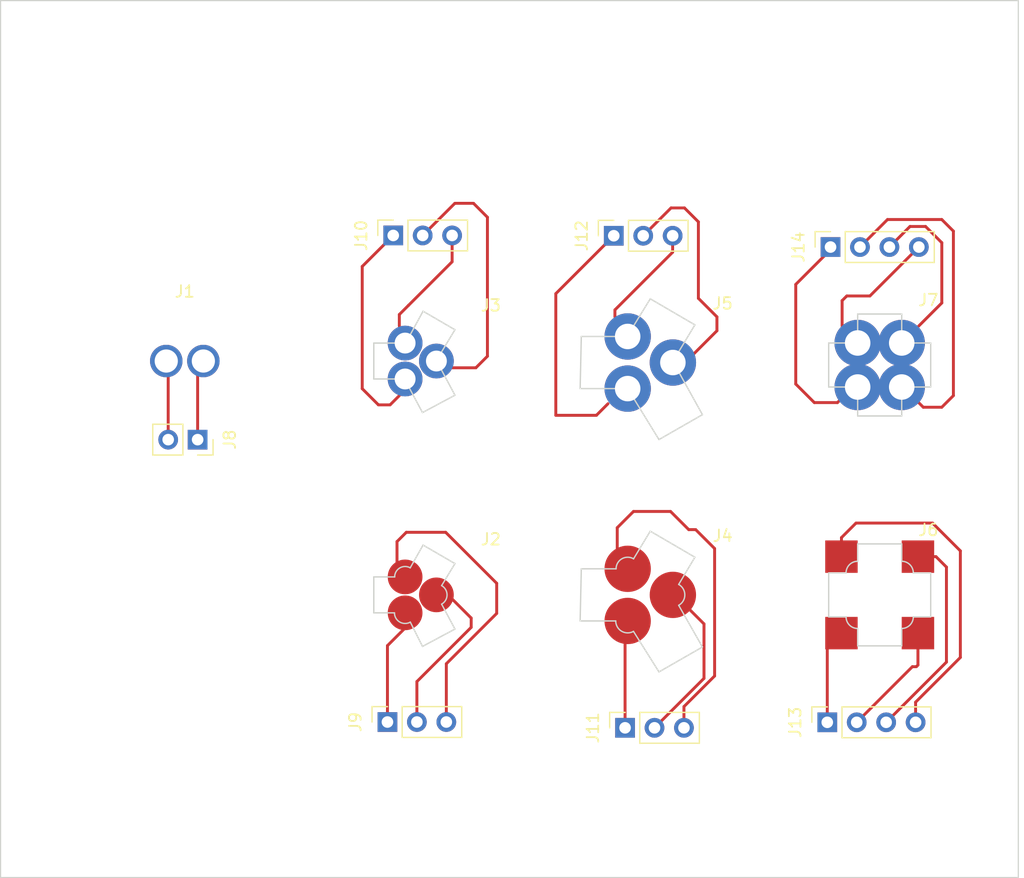
<source format=kicad_pcb>
(kicad_pcb (version 20211014) (generator pcbnew)
  (layers (0 "F.Cu" signal) (31 "B.Cu" signal) (34 "B.Paste" user) (35 "F.Paste" user) (36 "B.SilkS" user "B.Silkscreen") (37 "F.SilkS" user "F.Silkscreen") (38 "B.Mask" user) (39 "F.Mask" user) (44 "Edge.Cuts" user))
  (net 0 "")
  (net 1 "Net-(J1-Pad1)")
  (net 2 "Net-(J1-Pad2)")
  (net 3 "Net-(J3-Pad1)")
  (net 4 "Net-(J3-Pad2)")
  (net 5 "Net-(J3-Pad3)")
  (net 6 "Net-(J4-Pad1)")
  (net 7 "Net-(J4-Pad2)")
  (net 8 "Net-(J4-Pad3)")
  (net 9 "Net-(J7-Pad1)")
  (net 10 "Net-(J7-Pad2)")
  (net 11 "Net-(J7-Pad3)")
  (net 12 "Net-(J2-Pad1)")
  (net 13 "Net-(J2-Pad2)")
  (net 14 "Net-(J2-Pad3)")
  (net 15 "Net-(J5-Pad1)")
  (net 16 "Net-(J5-Pad2)")
  (net 17 "Net-(J5-Pad3)")
  (net 18 "Net-(J6-Pad1)")
  (net 19 "Net-(J6-Pad2)")
  (net 20 "Net-(J6-Pad3)")
  (net 21 "Net-(J6-Pad4)")
  (net 22 "Net-(J7-Pad4)")
  (footprint "cacophony-footprints:m16-4pin-c" (layer "F.Cu") (at 167.441464 82.156573)
    (fp_text reference "J7" (at 4.2 -5.6 unlocked) (layer "F.SilkS"))
    (fp_text value "Conn_01x04")
    (fp_line (start 2.9 1.9) (end 4.4 1.9) (layer "Edge.Cuts") (width 0.12))
    (fp_line (start -1.9 2.9) (end -1.9 4.4) (layer "Edge.Cuts") (width 0.12))
    (fp_line (start 1.9 4.4) (end -1.9 4.4) (layer "Edge.Cuts") (width 0.12))
    (fp_line (start 2.9 -1.9) (end 4.4 -1.9) (layer "Edge.Cuts") (width 0.12))
    (fp_line (start -2.9 1.9) (end -4.4 1.9) (layer "Edge.Cuts") (width 0.12))
    (fp_line (start -2.9 -1.9) (end -4.4 -1.9) (layer "Edge.Cuts") (width 0.12))
    (fp_line (start 1.9 2.9) (end 1.9 4.4) (layer "Edge.Cuts") (width 0.12))
    (fp_line (start -1.9 -2.9) (end -1.9 -4.4) (layer "Edge.Cuts") (width 0.12))
    (fp_line (start -4.4 1.9) (end -4.4 -1.9) (layer "Edge.Cuts") (width 0.12))
    (fp_line (start 1.9 -2.9) (end 1.9 -4.4) (layer "Edge.Cuts") (width 0.12))
    (fp_line (start 4.4 -1.9) (end 4.4 1.9) (layer "Edge.Cuts") (width 0.12))
    (fp_line (start -1.9 -4.4) (end 1.9 -4.4) (layer "Edge.Cuts") (width 0.12))
    (fp_arc (start -2.9 -1.9) (mid -2.607107 -2.607107) (end -1.9 -2.9) (layer "Edge.Cuts") (width 0.12))
    (fp_arc (start 2.9 1.9) (mid 2.607107 2.607107) (end 1.9 2.9) (layer "Edge.Cuts") (width 0.12))
    (fp_arc (start -1.9 2.9) (mid -2.607107 2.607107) (end -2.9 1.9) (layer "Edge.Cuts") (width 0.12))
    (fp_arc (start 1.9 -2.9) (mid 2.607107 -2.607107) (end 2.9 -1.9) (layer "Edge.Cuts") (width 0.12))
    (pad "1" thru_hole circle (at -1.9 -1.9) (size 4 4) (drill 2.2) (layers *.Cu *.Mask) (net 9 "Net-(J7-Pad1)"))
    (pad "2" thru_hole circle (at 1.9 -1.9) (size 4 4) (drill 2.2) (layers *.Cu *.Mask) (net 10 "Net-(J7-Pad2)"))
    (pad "3" thru_hole circle (at 1.9 1.9) (size 4 4) (drill 2.2) (layers *.Cu *.Mask) (net 11 "Net-(J7-Pad3)"))
    (pad "4" thru_hole circle (at -1.9 1.9) (size 4 4) (drill 2.2) (layers *.Cu *.Mask) (net 22 "Net-(J7-Pad4)"))
  )
  (footprint "Connector_PinSocket_2.54mm:PinSocket_1x03_P2.54mm_Vertical" (layer "F.Cu") (at 125.475 70.975 90)
    (fp_text reference "J10" (at 0 -2.77 90) (layer "F.SilkS"))
    (fp_text value "Conn_01x03")
    (fp_line (start 1.33 -1.33) (end 1.33 0) (layer "F.SilkS") (width 0.12))
    (fp_line (start 1.33 1.27) (end 1.33 6.41) (layer "F.SilkS") (width 0.12))
    (fp_line (start -1.33 6.41) (end 1.33 6.41) (layer "F.SilkS") (width 0.12))
    (fp_line (start -1.33 1.27) (end -1.33 6.41) (layer "F.SilkS") (width 0.12))
    (fp_line (start 0 -1.33) (end 1.33 -1.33) (layer "F.SilkS") (width 0.12))
    (fp_line (start -1.33 1.27) (end 1.33 1.27) (layer "F.SilkS") (width 0.12))
    (pad "1" thru_hole rect (at 0 0 90) (size 1.7 1.7) (drill 1) (layers *.Cu *.Mask) (net 5 "Net-(J3-Pad3)"))
    (pad "2" thru_hole oval (at 0 2.54 90) (size 1.7 1.7) (drill 1) (layers *.Cu *.Mask) (net 4 "Net-(J3-Pad2)"))
    (pad "3" thru_hole oval (at 0 5.08 90) (size 1.7 1.7) (drill 1) (layers *.Cu *.Mask) (net 3 "Net-(J3-Pad1)"))
  )
  (footprint "Connector_PinSocket_2.54mm:PinSocket_1x04_P2.54mm_Vertical" (layer "F.Cu") (at 162.92 113 90)
    (fp_text reference "J13" (at 0 -2.77 90) (layer "F.SilkS"))
    (fp_text value "Conn_01x04")
    (fp_line (start 1.33 1.27) (end 1.33 8.95) (layer "F.SilkS") (width 0.12))
    (fp_line (start -1.33 8.95) (end 1.33 8.95) (layer "F.SilkS") (width 0.12))
    (fp_line (start -1.33 1.27) (end 1.33 1.27) (layer "F.SilkS") (width 0.12))
    (fp_line (start 0 -1.33) (end 1.33 -1.33) (layer "F.SilkS") (width 0.12))
    (fp_line (start 1.33 -1.33) (end 1.33 0) (layer "F.SilkS") (width 0.12))
    (fp_line (start -1.33 1.27) (end -1.33 8.95) (layer "F.SilkS") (width 0.12))
    (pad "1" thru_hole rect (at 0 0 90) (size 1.7 1.7) (drill 1) (layers *.Cu *.Mask) (net 21 "Net-(J6-Pad4)"))
    (pad "2" thru_hole oval (at 0 2.54 90) (size 1.7 1.7) (drill 1) (layers *.Cu *.Mask) (net 20 "Net-(J6-Pad3)"))
    (pad "3" thru_hole oval (at 0 5.08 90) (size 1.7 1.7) (drill 1) (layers *.Cu *.Mask) (net 19 "Net-(J6-Pad2)"))
    (pad "4" thru_hole oval (at 0 7.62 90) (size 1.7 1.7) (drill 1) (layers *.Cu *.Mask) (net 18 "Net-(J6-Pad1)"))
  )
  (footprint "Connector_PinSocket_2.54mm:PinSocket_1x03_P2.54mm_Vertical" (layer "F.Cu") (at 124.975 112.975 90)
    (fp_text reference "J9" (at 0 -2.77 90) (layer "F.SilkS"))
    (fp_text value "Conn_01x03")
    (fp_line (start -1.33 1.27) (end 1.33 1.27) (layer "F.SilkS") (width 0.12))
    (fp_line (start 1.33 -1.33) (end 1.33 0) (layer "F.SilkS") (width 0.12))
    (fp_line (start -1.33 1.27) (end -1.33 6.41) (layer "F.SilkS") (width 0.12))
    (fp_line (start 1.33 1.27) (end 1.33 6.41) (layer "F.SilkS") (width 0.12))
    (fp_line (start -1.33 6.41) (end 1.33 6.41) (layer "F.SilkS") (width 0.12))
    (fp_line (start 0 -1.33) (end 1.33 -1.33) (layer "F.SilkS") (width 0.12))
    (pad "1" thru_hole rect (at 0 0 90) (size 1.7 1.7) (drill 1) (layers *.Cu *.Mask) (net 14 "Net-(J2-Pad3)"))
    (pad "2" thru_hole oval (at 0 2.54 90) (size 1.7 1.7) (drill 1) (layers *.Cu *.Mask) (net 13 "Net-(J2-Pad2)"))
    (pad "3" thru_hole oval (at 0 5.08 90) (size 1.7 1.7) (drill 1) (layers *.Cu *.Mask) (net 12 "Net-(J2-Pad1)"))
  )
  (footprint "Connector_PinSocket_2.54mm:PinSocket_1x03_P2.54mm_Vertical" (layer "F.Cu") (at 144.5 71 90)
    (fp_text reference "J12" (at 0 -2.77 90) (layer "F.SilkS"))
    (fp_text value "Conn_01x03")
    (fp_line (start 1.33 1.27) (end 1.33 6.41) (layer "F.SilkS") (width 0.12))
    (fp_line (start -1.33 6.41) (end 1.33 6.41) (layer "F.SilkS") (width 0.12))
    (fp_line (start -1.33 1.27) (end -1.33 6.41) (layer "F.SilkS") (width 0.12))
    (fp_line (start 1.33 -1.33) (end 1.33 0) (layer "F.SilkS") (width 0.12))
    (fp_line (start 0 -1.33) (end 1.33 -1.33) (layer "F.SilkS") (width 0.12))
    (fp_line (start -1.33 1.27) (end 1.33 1.27) (layer "F.SilkS") (width 0.12))
    (pad "1" thru_hole rect (at 0 0 90) (size 1.7 1.7) (drill 1) (layers *.Cu *.Mask) (net 17 "Net-(J5-Pad3)"))
    (pad "2" thru_hole oval (at 0 2.54 90) (size 1.7 1.7) (drill 1) (layers *.Cu *.Mask) (net 16 "Net-(J5-Pad2)"))
    (pad "3" thru_hole oval (at 0 5.08 90) (size 1.7 1.7) (drill 1) (layers *.Cu *.Mask) (net 15 "Net-(J5-Pad1)"))
  )
  (footprint "Connector_PinSocket_2.54mm:PinSocket_1x04_P2.54mm_Vertical" (layer "F.Cu") (at 163.2 71.975 90)
    (fp_text reference "J14" (at 0 -2.77 90) (layer "F.SilkS"))
    (fp_text value "Conn_01x04")
    (fp_line (start 1.33 1.27) (end 1.33 8.95) (layer "F.SilkS") (width 0.12))
    (fp_line (start 0 -1.33) (end 1.33 -1.33) (layer "F.SilkS") (width 0.12))
    (fp_line (start 1.33 -1.33) (end 1.33 0) (layer "F.SilkS") (width 0.12))
    (fp_line (start -1.33 1.27) (end -1.33 8.95) (layer "F.SilkS") (width 0.12))
    (fp_line (start -1.33 1.27) (end 1.33 1.27) (layer "F.SilkS") (width 0.12))
    (fp_line (start -1.33 8.95) (end 1.33 8.95) (layer "F.SilkS") (width 0.12))
    (pad "1" thru_hole rect (at 0 0 90) (size 1.7 1.7) (drill 1) (layers *.Cu *.Mask) (net 22 "Net-(J7-Pad4)"))
    (pad "2" thru_hole oval (at 0 2.54 90) (size 1.7 1.7) (drill 1) (layers *.Cu *.Mask) (net 11 "Net-(J7-Pad3)"))
    (pad "3" thru_hole oval (at 0 5.08 90) (size 1.7 1.7) (drill 1) (layers *.Cu *.Mask) (net 10 "Net-(J7-Pad2)"))
    (pad "4" thru_hole oval (at 0 7.62 90) (size 1.7 1.7) (drill 1) (layers *.Cu *.Mask) (net 9 "Net-(J7-Pad1)"))
  )
  (footprint "cacophony-footprints:m16-4pin" (layer "F.Cu") (at 167.441464 102)
    (fp_text reference "J6" (at 4.2 -5.6 unlocked) (layer "F.SilkS"))
    (fp_text value "Conn_01x04")
    (fp_line (start 2.9 -1.9) (end 4.4 -1.9) (layer "Edge.Cuts") (width 0.12))
    (fp_line (start -1.9 2.9) (end -1.9 4.4) (layer "Edge.Cuts") (width 0.12))
    (fp_line (start 1.9 2.9) (end 1.9 4.4) (layer "Edge.Cuts") (width 0.12))
    (fp_line (start -4.4 1.9) (end -4.4 -1.9) (layer "Edge.Cuts") (width 0.12))
    (fp_line (start 4.4 -1.9) (end 4.4 1.9) (layer "Edge.Cuts") (width 0.12))
    (fp_line (start -2.9 -1.9) (end -4.4 -1.9) (layer "Edge.Cuts") (width 0.12))
    (fp_line (start 1.9 -2.9) (end 1.9 -4.4) (layer "Edge.Cuts") (width 0.12))
    (fp_line (start -2.9 1.9) (end -4.4 1.9) (layer "Edge.Cuts") (width 0.12))
    (fp_line (start 1.9 4.4) (end -1.9 4.4) (layer "Edge.Cuts") (width 0.12))
    (fp_line (start -1.9 -4.4) (end 1.9 -4.4) (layer "Edge.Cuts") (width 0.12))
    (fp_line (start -1.9 -2.9) (end -1.9 -4.4) (layer "Edge.Cuts") (width 0.12))
    (fp_line (start 2.9 1.9) (end 4.4 1.9) (layer "Edge.Cuts") (width 0.12))
    (fp_arc (start -1.9 2.9) (mid -2.607107 2.607107) (end -2.9 1.9) (layer "Edge.Cuts") (width 0.12))
    (fp_arc (start 1.9 -2.9) (mid 2.607107 -2.607107) (end 2.9 -1.9) (layer "Edge.Cuts") (width 0.12))
    (fp_arc (start -2.9 -1.9) (mid -2.607107 -2.607107) (end -1.9 -2.9) (layer "Edge.Cuts") (width 0.12))
    (fp_arc (start 2.9 1.9) (mid 2.607107 2.607107) (end 1.9 2.9) (layer "Edge.Cuts") (width 0.12))
    (pad "1" smd rect (at -3.3 -3.3) (size 2.8 2.8) (layers "F.Cu" "F.Paste" "F.Mask") (net 18 "Net-(J6-Pad1)"))
    (pad "2" smd rect (at 3.3 -3.3) (size 2.8 2.8) (layers "F.Cu" "F.Paste" "F.Mask") (net 19 "Net-(J6-Pad2)"))
    (pad "3" smd rect (at 3.3 3.3) (size 2.8 2.8) (layers "F.Cu" "F.Paste" "F.Mask") (net 20 "Net-(J6-Pad3)"))
    (pad "4" smd rect (at -3.3 3.3) (size 2.8 2.8) (layers "F.Cu" "F.Paste" "F.Mask") (net 21 "Net-(J6-Pad4)"))
  )
  (footprint "cacophony-footprints:m16-3pin-c" (layer "F.Cu") (at 147 81.943801)
    (fp_text reference "J5" (at 6.9 -5.1 unlocked) (layer "F.SilkS"))
    (fp_text value "Conn_01x03")
    (fp_line (start 2.6 -0.1) (end 5.15 4.5) (layer "Edge.Cuts") (width 0.12))
    (fp_line (start -1.3 2.25) (end -5.4 2.25) (layer "Edge.Cuts") (width 0.12))
    (fp_line (start -5.3 -2.25) (end -5.4 2.25) (layer "Edge.Cuts") (width 0.12))
    (fp_line (start 1.4 6.65) (end -1.3 2.25) (layer "Edge.Cuts") (width 0.12))
    (fp_line (start -1.35 -2.25) (end 0.65 -5.5) (layer "Edge.Cuts") (width 0.12))
    (fp_line (start 2.6 -0.1) (end 4.5 -3.25) (layer "Edge.Cuts") (width 0.12))
    (fp_line (start 4.5 -3.25) (end 0.65 -5.5) (layer "Edge.Cuts") (width 0.12))
    (fp_line (start 5.15 4.5) (end 1.4 6.65) (layer "Edge.Cuts") (width 0.12))
    (fp_line (start -1.35 -2.25) (end -5.3 -2.25) (layer "Edge.Cuts") (width 0.12))
    (pad "1" thru_hole circle (at -1.3 -2.25) (size 4 4) (drill 2.2) (layers *.Cu *.Mask) (net 15 "Net-(J5-Pad1)"))
    (pad "2" thru_hole circle (at 2.6 0) (size 4 4) (drill 2.2) (layers *.Cu *.Mask) (net 16 "Net-(J5-Pad2)"))
    (pad "3" thru_hole circle (at -1.3 2.25) (size 4 4) (drill 2.2) (layers *.Cu *.Mask) (net 17 "Net-(J5-Pad3)"))
  )
  (footprint "cacophony-footprints:m12-3pin-c" (layer "F.Cu") (at 127.398619 81.813932)
    (fp_text reference "J3" (at 6.5 -4.8 unlocked) (layer "F.SilkS"))
    (fp_text value "Conn_01x03")
    (fp_line (start 1.8 -0.05) (end 3.4 2.95) (layer "Edge.Cuts") (width 0.12))
    (fp_line (start 1.8 -0.05) (end 3.4 -2.7) (layer "Edge.Cuts") (width 0.12))
    (fp_line (start -0.85 -1.55) (end -3.6 -1.55) (layer "Edge.Cuts") (width 0.12))
    (fp_line (start 3.4 2.95) (end 0.6 4.45) (layer "Edge.Cuts") (width 0.12))
    (fp_line (start -0.85 -1.55) (end 0.65 -4.3) (layer "Edge.Cuts") (width 0.12))
    (fp_line (start 0.65 -4.3) (end 3.4 -2.7) (layer "Edge.Cuts") (width 0.12))
    (fp_line (start -3.6 -1.55) (end -3.6 1.55) (layer "Edge.Cuts") (width 0.12))
    (fp_line (start -0.95 1.55) (end 0.6 4.45) (layer "Edge.Cuts") (width 0.12))
    (fp_line (start -0.95 1.55) (end -3.6 1.55) (layer "Edge.Cuts") (width 0.12))
    (pad "1" thru_hole circle (at -0.9 -1.55) (size 3 3) (drill 1.8) (layers *.Cu *.Mask) (net 3 "Net-(J3-Pad1)"))
    (pad "2" thru_hole circle (at 1.8 0) (size 3 3) (drill 1.8) (layers *.Cu *.Mask) (net 4 "Net-(J3-Pad2)"))
    (pad "3" thru_hole circle (at -0.9 1.55) (size 3 3) (drill 1.8) (layers *.Cu *.Mask) (net 5 "Net-(J3-Pad3)"))
  )
  (footprint "Connector_PinSocket_2.54mm:PinSocket_1x02_P2.54mm_Vertical" (layer "F.Cu") (at 108.6 88.6 -90)
    (fp_text reference "J8" (at 0 -2.77 90) (layer "F.SilkS"))
    (fp_text value "Conn_01x02")
    (fp_line (start -1.33 1.27) (end 1.33 1.27) (layer "F.SilkS") (width 0.12))
    (fp_line (start 0 -1.33) (end 1.33 -1.33) (layer "F.SilkS") (width 0.12))
    (fp_line (start 1.33 1.27) (end 1.33 3.87) (layer "F.SilkS") (width 0.12))
    (fp_line (start -1.33 1.27) (end -1.33 3.87) (layer "F.SilkS") (width 0.12))
    (fp_line (start -1.33 3.87) (end 1.33 3.87) (layer "F.SilkS") (width 0.12))
    (fp_line (start 1.33 -1.33) (end 1.33 0) (layer "F.SilkS") (width 0.12))
    (pad "1" thru_hole rect (at 0 0 270) (size 1.7 1.7) (drill 1) (layers *.Cu *.Mask) (net 2 "Net-(J1-Pad2)"))
    (pad "2" thru_hole oval (at 0 2.54 270) (size 1.7 1.7) (drill 1) (layers *.Cu *.Mask) (net 1 "Net-(J1-Pad1)"))
  )
  (footprint "Connector_PinSocket_2.54mm:PinSocket_1x03_P2.54mm_Vertical" (layer "F.Cu") (at 145.475 113.475 90)
    (fp_text reference "J11" (at 0 -2.77 90) (layer "F.SilkS"))
    (fp_text value "Conn_01x03")
    (fp_line (start -1.33 6.41) (end 1.33 6.41) (layer "F.SilkS") (width 0.12))
    (fp_line (start -1.33 1.27) (end -1.33 6.41) (layer "F.SilkS") (width 0.12))
    (fp_line (start -1.33 1.27) (end 1.33 1.27) (layer "F.SilkS") (width 0.12))
    (fp_line (start 1.33 1.27) (end 1.33 6.41) (layer "F.SilkS") (width 0.12))
    (fp_line (start 1.33 -1.33) (end 1.33 0) (layer "F.SilkS") (width 0.12))
    (fp_line (start 0 -1.33) (end 1.33 -1.33) (layer "F.SilkS") (width 0.12))
    (pad "1" thru_hole rect (at 0 0 90) (size 1.7 1.7) (drill 1) (layers *.Cu *.Mask) (net 8 "Net-(J4-Pad3)"))
    (pad "2" thru_hole oval (at 0 2.54 90) (size 1.7 1.7) (drill 1) (layers *.Cu *.Mask) (net 7 "Net-(J4-Pad2)"))
    (pad "3" thru_hole oval (at 0 5.08 90) (size 1.7 1.7) (drill 1) (layers *.Cu *.Mask) (net 6 "Net-(J4-Pad1)"))
  )
  (footprint "cacophony-footprints:m16-3pin" (layer "F.Cu") (at 147 102)
    (fp_text reference "J4" (at 6.9 -5.1 unlocked) (layer "F.SilkS"))
    (fp_text value "Conn_01x03")
    (fp_line (start 4.5 -3.25) (end 0.65 -5.5) (layer "Edge.Cuts") (width 0.12))
    (fp_line (start 5.15 4.5) (end 1.4 6.65) (layer "Edge.Cuts") (width 0.12))
    (fp_line (start -2.3 -2.25) (end -5.3 -2.25) (layer "Edge.Cuts") (width 0.12))
    (fp_line (start -0.79298 -3.111934) (end 0.65 -5.5) (layer "Edge.Cuts") (width 0.12))
    (fp_line (start 3.1 0.9) (end 5.15 4.5) (layer "Edge.Cuts") (width 0.12))
    (fp_line (start 3.1 -0.9) (end 4.5 -3.25) (layer "Edge.Cuts") (width 0.12))
    (fp_line (start 1.4 6.65) (end -0.8 3.15) (layer "Edge.Cuts") (width 0.12))
    (fp_line (start -2.329563 2.25) (end -5.4 2.25) (layer "Edge.Cuts") (width 0.12))
    (fp_line (start -5.3 -2.25) (end -5.4 2.25) (layer "Edge.Cuts") (width 0.12))
    (fp_arc (start -2.3 -2.25) (mid -1.796478 -3.11805) (end -0.79298 -3.111934) (layer "Edge.Cuts") (width 0.12))
    (fp_arc (start -0.8 3.15) (mid -1.82212 3.13735) (end -2.329563 2.25) (layer "Edge.Cuts") (width 0.12))
    (fp_arc (start 3.1 -0.9) (mid 3.629563 0) (end 3.1 0.9) (layer "Edge.Cuts") (width 0.12))
    (pad "1" smd circle (at -1.3 -2.25) (size 4 4) (layers "F.Cu" "F.Paste" "F.Mask") (net 6 "Net-(J4-Pad1)"))
    (pad "2" smd circle (at 2.6 0) (size 4 4) (layers "F.Cu" "F.Paste" "F.Mask") (net 7 "Net-(J4-Pad2)"))
    (pad "3" smd circle (at -1.3 2.25) (size 4 4) (layers "F.Cu" "F.Paste" "F.Mask") (net 8 "Net-(J4-Pad3)"))
  )
  (footprint "cacophony-footprints:m12-2pin" (layer "F.Cu") (at 107.493612 81.813932)
    (fp_text reference "J1" (at 0 -6 unlocked) (layer "F.SilkS"))
    (fp_text value "Conn_01x02")
    (pad "1" thru_hole circle (at -1.6 0) (size 2.8 2.8) (drill 2) (layers *.Cu *.Mask) (net 1 "Net-(J1-Pad1)"))
    (pad "2" thru_hole circle (at 1.6 0) (size 2.8 2.8) (drill 2) (layers *.Cu *.Mask) (net 2 "Net-(J1-Pad2)"))
  )
  (footprint "cacophony-footprints:m12-3pin" (layer "F.Cu") (at 127.398619 102)
    (fp_text reference "J2" (at 6.5 -4.8 unlocked) (layer "F.SilkS"))
    (fp_text value "Conn_01x03")
    (fp_line (start -3.6 -1.55) (end -3.6 1.55) (layer "Edge.Cuts") (width 0.12))
    (fp_line (start -0.45 2.349999) (end 0.6 4.45) (layer "Edge.Cuts") (width 0.12))
    (fp_line (start 3.4 2.95) (end 0.6 4.45) (layer "Edge.Cuts") (width 0.12))
    (fp_line (start 2.25 0.799999) (end 3.4 2.95) (layer "Edge.Cuts") (width 0.12))
    (fp_line (start 0.65 -4.3) (end 3.4 -2.7) (layer "Edge.Cuts") (width 0.12))
    (fp_line (start -0.458765 -2.334418) (end 0.65 -4.3) (layer "Edge.Cuts") (width 0.12))
    (fp_line (start -1.8 -1.55) (end -3.6 -1.55) (layer "Edge.Cuts") (width 0.12))
    (fp_line (start 2.25 -0.799999) (end 3.4 -2.7) (layer "Edge.Cuts") (width 0.12))
    (fp_line (start -1.817877 1.55) (end -3.6 1.55) (layer "Edge.Cuts") (width 0.12))
    (fp_arc (start -0.45 2.349999) (mid -1.363387 2.34232) (end -1.817877 1.55) (layer "Edge.Cuts") (width 0.12))
    (fp_arc (start 2.25 -0.799999) (mid 2.717877 0) (end 2.25 0.799999) (layer "Edge.Cuts") (width 0.12))
    (fp_arc (start -1.8 -1.55) (mid -1.354361 -2.326889) (end -0.458765 -2.334418) (layer "Edge.Cuts") (width 0.12))
    (pad "1" smd circle (at -0.9 -1.55) (size 3 3) (layers "F.Cu" "F.Paste" "F.Mask") (net 12 "Net-(J2-Pad1)"))
    (pad "2" smd circle (at 1.8 0) (size 3 3) (layers "F.Cu" "F.Paste" "F.Mask") (net 13 "Net-(J2-Pad2)"))
    (pad "3" smd circle (at -0.9 1.55) (size 3 3) (layers "F.Cu" "F.Paste" "F.Mask") (net 14 "Net-(J2-Pad3)"))
  )
  (gr_rect (start 91.6 50.7) (end 179.4 126.4) (layer "Edge.Cuts") (width 0.1) (fill none))
  (segment (start 106.06 88.6) (end 106.06 81.98032) (width 0.25) (layer "F.Cu") (net 1))
  (segment (start 106.06 81.98032) (end 105.893612 81.813932) (width 0.25) (layer "F.Cu") (net 1))
  (segment (start 108.6 88.6) (end 108.6 82.307544) (width 0.25) (layer "F.Cu") (net 2))
  (segment (start 108.6 82.307544) (end 109.093612 81.813932) (width 0.25) (layer "F.Cu") (net 2))
  (segment (start 130.555 73.245) (end 126.8 77) (width 0.25) (layer "F.Cu") (net 3))
  (segment (start 126.8 77) (end 126 77.8) (width 0.25) (layer "F.Cu") (net 3))
  (segment (start 126 77.8) (end 126 78.8) (width 0.25) (layer "F.Cu") (net 3))
  (segment (start 130.555 70.975) (end 130.555 73.245) (width 0.25) (layer "F.Cu") (net 3))
  (segment (start 128.015 70.975) (end 130.79 68.2) (width 0.25) (layer "F.Cu") (net 4))
  (segment (start 133.6 81.4) (end 132.6 82.4) (width 0.25) (layer "F.Cu") (net 4))
  (segment (start 132.6 82.4) (end 130.6 82.4) (width 0.25) (layer "F.Cu") (net 4))
  (segment (start 130.79 68.2) (end 132.4 68.2) (width 0.25) (layer "F.Cu") (net 4))
  (segment (start 132.4 68.2) (end 133.6 69.4) (width 0.25) (layer "F.Cu") (net 4))
  (segment (start 133.6 69.4) (end 133.6 81.4) (width 0.25) (layer "F.Cu") (net 4))
  (segment (start 122.8 84.2) (end 124.2 85.6) (width 0.25) (layer "F.Cu") (net 5))
  (segment (start 124.2 85.6) (end 125.2 85.6) (width 0.25) (layer "F.Cu") (net 5))
  (segment (start 122.8 73.65) (end 122.8 84.2) (width 0.25) (layer "F.Cu") (net 5))
  (segment (start 125.2 85.6) (end 126 84.8) (width 0.25) (layer "F.Cu") (net 5))
  (segment (start 125.475 70.975) (end 122.8 73.65) (width 0.25) (layer "F.Cu") (net 5))
  (segment (start 151.565954 96.365954) (end 150.965954 96.365954) (width 0.25) (layer "F.Cu") (net 6))
  (segment (start 150.555 113.475) (end 150.555 111.645) (width 0.25) (layer "F.Cu") (net 6))
  (segment (start 150.555 111.645) (end 153.2 109) (width 0.25) (layer "F.Cu") (net 6))
  (segment (start 150.965954 96.365954) (end 149.4 94.8) (width 0.25) (layer "F.Cu") (net 6))
  (segment (start 144.8 96.2) (end 144.8 98) (width 0.25) (layer "F.Cu") (net 6))
  (segment (start 149.4 94.8) (end 146.2 94.8) (width 0.25) (layer "F.Cu") (net 6))
  (segment (start 153.2 109) (end 153.2 98) (width 0.25) (layer "F.Cu") (net 6))
  (segment (start 153.2 98) (end 151.565954 96.365954) (width 0.25) (layer "F.Cu") (net 6))
  (segment (start 146.2 94.8) (end 144.8 96.2) (width 0.25) (layer "F.Cu") (net 6))
  (segment (start 148.015 113.475) (end 152.284194 109.205806) (width 0.25) (layer "F.Cu") (net 7))
  (segment (start 152.284194 109.205806) (end 152.284194 104.506968) (width 0.25) (layer "F.Cu") (net 7))
  (segment (start 152.284194 104.506968) (end 150.502088 102.724862) (width 0.25) (layer "F.Cu") (net 7))
  (segment (start 145.475 105.43139) (end 145.415367 105.371757) (width 0.25) (layer "F.Cu") (net 8))
  (segment (start 145.475 113.475) (end 145.475 105.43139) (width 0.25) (layer "F.Cu") (net 8))
  (segment (start 166.595 76.2) (end 164.6 76.2) (width 0.25) (layer "F.Cu") (net 9))
  (segment (start 164.6 76.2) (end 164.2 76.6) (width 0.25) (layer "F.Cu") (net 9))
  (segment (start 164.2 76.6) (end 164.2 78.8) (width 0.25) (layer "F.Cu") (net 9))
  (segment (start 170.82 71.975) (end 166.595 76.2) (width 0.25) (layer "F.Cu") (net 9))
  (segment (start 171.4 70.2) (end 172.8 71.6) (width 0.25) (layer "F.Cu") (net 10))
  (segment (start 168.28 71.975) (end 170.055 70.2) (width 0.25) (layer "F.Cu") (net 10))
  (segment (start 172.8 76.8) (end 170.8 78.8) (width 0.25) (layer "F.Cu") (net 10))
  (segment (start 170.055 70.2) (end 171.4 70.2) (width 0.25) (layer "F.Cu") (net 10))
  (segment (start 172.8 71.6) (end 172.8 76.8) (width 0.25) (layer "F.Cu") (net 10))
  (segment (start 172.8 69.6) (end 173.8 70.6) (width 0.25) (layer "F.Cu") (net 11))
  (segment (start 173.8 70.6) (end 173.8 84.8) (width 0.25) (layer "F.Cu") (net 11))
  (segment (start 165.74 71.975) (end 168.115 69.6) (width 0.25) (layer "F.Cu") (net 11))
  (segment (start 173.8 84.8) (end 172.8 85.8) (width 0.25) (layer "F.Cu") (net 11))
  (segment (start 172.8 85.8) (end 171.2 85.8) (width 0.25) (layer "F.Cu") (net 11))
  (segment (start 168.115 69.6) (end 172.8 69.6) (width 0.25) (layer "F.Cu") (net 11))
  (segment (start 171.2 85.8) (end 170.8 85.4) (width 0.25) (layer "F.Cu") (net 11))
  (segment (start 130.055 112.975) (end 130.055 107.945) (width 0.25) (layer "F.Cu") (net 12))
  (segment (start 134.4 101) (end 130 96.6) (width 0.25) (layer "F.Cu") (net 12))
  (segment (start 130 96.6) (end 126.6 96.6) (width 0.25) (layer "F.Cu") (net 12))
  (segment (start 126.6 96.6) (end 125.8 97.4) (width 0.25) (layer "F.Cu") (net 12))
  (segment (start 125.8 97.4) (end 125.8 99.2) (width 0.25) (layer "F.Cu") (net 12))
  (segment (start 134.4 103.6) (end 134.4 101) (width 0.25) (layer "F.Cu") (net 12))
  (segment (start 130.055 107.945) (end 134.4 103.6) (width 0.25) (layer "F.Cu") (net 12))
  (segment (start 127.515 112.975) (end 127.515 109.485) (width 0.25) (layer "F.Cu") (net 13))
  (segment (start 132.2 104.8) (end 132.2 104) (width 0.25) (layer "F.Cu") (net 13))
  (segment (start 127.515 109.485) (end 132.2 104.8) (width 0.25) (layer "F.Cu") (net 13))
  (segment (start 132.2 104) (end 130.6 102.4) (width 0.25) (layer "F.Cu") (net 13))
  (segment (start 124.975 106.384101) (end 126.811646 104.547455) (width 0.25) (layer "F.Cu") (net 14))
  (segment (start 124.975 112.975) (end 124.975 106.384101) (width 0.25) (layer "F.Cu") (net 14))
  (segment (start 144.6 77.4) (end 144.6 78) (width 0.25) (layer "F.Cu") (net 15))
  (segment (start 149.58 72.42) (end 144.6 77.4) (width 0.25) (layer "F.Cu") (net 15))
  (segment (start 149.58 71) (end 149.58 72.42) (width 0.25) (layer "F.Cu") (net 15))
  (segment (start 153.4 78) (end 153.4 79.2) (width 0.25) (layer "F.Cu") (net 16))
  (segment (start 150.6 68.6) (end 151.8 69.8) (width 0.25) (layer "F.Cu") (net 16))
  (segment (start 151.8 69.8) (end 151.8 76.4) (width 0.25) (layer "F.Cu") (net 16))
  (segment (start 153.4 79.2) (end 151.4 81.2) (width 0.25) (layer "F.Cu") (net 16))
  (segment (start 151.8 76.4) (end 153.4 78) (width 0.25) (layer "F.Cu") (net 16))
  (segment (start 149.44 68.6) (end 150.6 68.6) (width 0.25) (layer "F.Cu") (net 16))
  (segment (start 147.04 71) (end 149.44 68.6) (width 0.25) (layer "F.Cu") (net 16))
  (segment (start 139.5 76) (end 139.5 86.5) (width 0.25) (layer "F.Cu") (net 17))
  (segment (start 143 86.5) (end 144 85.5) (width 0.25) (layer "F.Cu") (net 17))
  (segment (start 139.5 86.5) (end 143 86.5) (width 0.25) (layer "F.Cu") (net 17))
  (segment (start 144.5 71) (end 139.5 76) (width 0.25) (layer "F.Cu") (net 17))
  (segment (start 174.4 98.2) (end 172 95.8) (width 0.25) (layer "F.Cu") (net 18))
  (segment (start 172 95.8) (end 165.4 95.8) (width 0.25) (layer "F.Cu") (net 18))
  (segment (start 170.54 111.26) (end 174.4 107.4) (width 0.25) (layer "F.Cu") (net 18))
  (segment (start 164.141464 97.058536) (end 164.141464 98.7) (width 0.25) (layer "F.Cu") (net 18))
  (segment (start 174.4 107.4) (end 174.4 98.2) (width 0.25) (layer "F.Cu") (net 18))
  (segment (start 165.4 95.8) (end 164.141464 97.058536) (width 0.25) (layer "F.Cu") (net 18))
  (segment (start 170.54 113) (end 170.54 111.26) (width 0.25) (layer "F.Cu") (net 18))
  (segment (start 173.2 107.8) (end 173.2 99.6) (width 0.25) (layer "F.Cu") (net 19))
  (segment (start 168 113) (end 173.2 107.8) (width 0.25) (layer "F.Cu") (net 19))
  (segment (start 172.3 98.7) (end 170.741464 98.7) (width 0.25) (layer "F.Cu") (net 19))
  (segment (start 173.2 99.6) (end 172.3 98.7) (width 0.25) (layer "F.Cu") (net 19))
  (segment (start 170.741464 108.058536) (end 170.741464 105.3) (width 0.25) (layer "F.Cu") (net 20))
  (segment (start 170.6 108.2) (end 170.741464 108.058536) (width 0.25) (layer "F.Cu") (net 20))
  (segment (start 165.46 113) (end 170.26 108.2) (width 0.25) (layer "F.Cu") (net 20))
  (segment (start 170.26 108.2) (end 170.6 108.2) (width 0.25) (layer "F.Cu") (net 20))
  (segment (start 162.92 106.521464) (end 164.141464 105.3) (width 0.25) (layer "F.Cu") (net 21))
  (segment (start 162.92 113) (end 162.92 106.521464) (width 0.25) (layer "F.Cu") (net 21))
  (segment (start 163.2 71.975) (end 163.2 72.2) (width 0.25) (layer "F.Cu") (net 22))
  (segment (start 163.8 85.4) (end 164 85.2) (width 0.25) (layer "F.Cu") (net 22))
  (segment (start 160.2 83.8) (end 161.8 85.4) (width 0.25) (layer "F.Cu") (net 22))
  (segment (start 160.2 75.2) (end 160.2 83.8) (width 0.25) (layer "F.Cu") (net 22))
  (segment (start 163.2 72.2) (end 160.2 75.2) (width 0.25) (layer "F.Cu") (net 22))
  (segment (start 161.8 85.4) (end 163.8 85.4) (width 0.25) (layer "F.Cu") (net 22))
)
</source>
